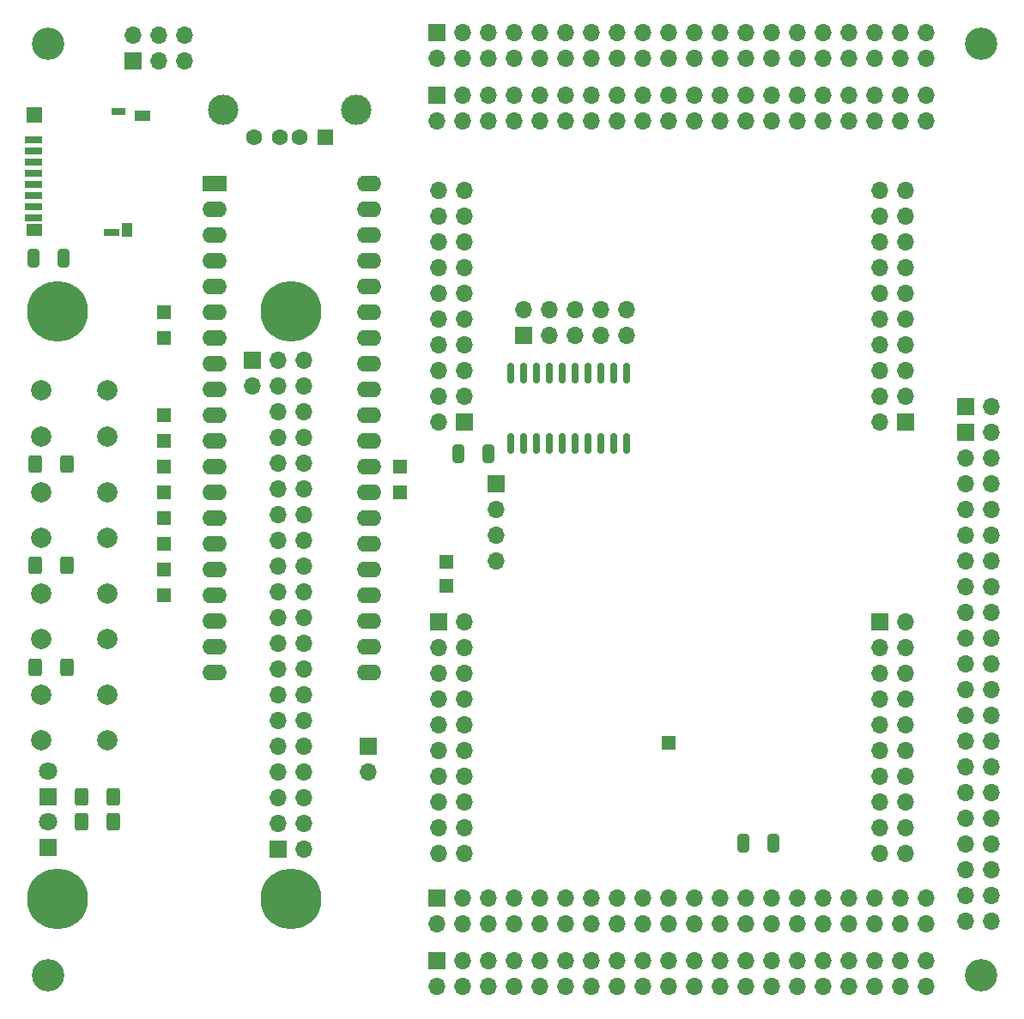
<source format=gbr>
%TF.GenerationSoftware,KiCad,Pcbnew,7.0.7-7.0.7~ubuntu20.04.1*%
%TF.CreationDate,2023-09-08T15:38:02+02:00*%
%TF.ProjectId,cpld_board_max2,63706c64-5f62-46f6-9172-645f6d617832,rev?*%
%TF.SameCoordinates,Original*%
%TF.FileFunction,Soldermask,Bot*%
%TF.FilePolarity,Negative*%
%FSLAX46Y46*%
G04 Gerber Fmt 4.6, Leading zero omitted, Abs format (unit mm)*
G04 Created by KiCad (PCBNEW 7.0.7-7.0.7~ubuntu20.04.1) date 2023-09-08 15:38:02*
%MOMM*%
%LPD*%
G01*
G04 APERTURE LIST*
G04 Aperture macros list*
%AMRoundRect*
0 Rectangle with rounded corners*
0 $1 Rounding radius*
0 $2 $3 $4 $5 $6 $7 $8 $9 X,Y pos of 4 corners*
0 Add a 4 corners polygon primitive as box body*
4,1,4,$2,$3,$4,$5,$6,$7,$8,$9,$2,$3,0*
0 Add four circle primitives for the rounded corners*
1,1,$1+$1,$2,$3*
1,1,$1+$1,$4,$5*
1,1,$1+$1,$6,$7*
1,1,$1+$1,$8,$9*
0 Add four rect primitives between the rounded corners*
20,1,$1+$1,$2,$3,$4,$5,0*
20,1,$1+$1,$4,$5,$6,$7,0*
20,1,$1+$1,$6,$7,$8,$9,0*
20,1,$1+$1,$8,$9,$2,$3,0*%
G04 Aperture macros list end*
%ADD10R,1.700000X1.700000*%
%ADD11O,1.700000X1.700000*%
%ADD12R,1.600000X1.500000*%
%ADD13C,1.600000*%
%ADD14C,3.000000*%
%ADD15R,1.350000X1.350000*%
%ADD16C,3.200000*%
%ADD17R,2.400000X1.600000*%
%ADD18O,2.400000X1.600000*%
%ADD19C,6.000000*%
%ADD20R,1.800000X1.800000*%
%ADD21C,1.800000*%
%ADD22RoundRect,0.250000X-0.400000X-0.625000X0.400000X-0.625000X0.400000X0.625000X-0.400000X0.625000X0*%
%ADD23C,2.000000*%
%ADD24RoundRect,0.150000X-0.150000X0.837500X-0.150000X-0.837500X0.150000X-0.837500X0.150000X0.837500X0*%
%ADD25RoundRect,0.250000X0.325000X0.650000X-0.325000X0.650000X-0.325000X-0.650000X0.325000X-0.650000X0*%
%ADD26R,1.750000X0.700000*%
%ADD27R,1.000000X1.450000*%
%ADD28R,1.550000X1.000000*%
%ADD29R,1.500000X0.800000*%
%ADD30R,1.500000X1.300000*%
%ADD31R,1.500000X1.500000*%
%ADD32R,1.400000X0.800000*%
%ADD33RoundRect,0.250000X-0.325000X-0.650000X0.325000X-0.650000X0.325000X0.650000X-0.325000X0.650000X0*%
G04 APERTURE END LIST*
D10*
%TO.C,J1*%
X142360000Y-42957000D03*
D11*
X142360000Y-45497000D03*
X144900000Y-42957000D03*
X144900000Y-45497000D03*
X147440000Y-42957000D03*
X147440000Y-45497000D03*
X149980000Y-42957000D03*
X149980000Y-45497000D03*
X152520000Y-42957000D03*
X152520000Y-45497000D03*
X155060000Y-42957000D03*
X155060000Y-45497000D03*
X157600000Y-42957000D03*
X157600000Y-45497000D03*
X160140000Y-42957000D03*
X160140000Y-45497000D03*
X162680000Y-42957000D03*
X162680000Y-45497000D03*
X165220000Y-42957000D03*
X165220000Y-45497000D03*
X167760000Y-42957000D03*
X167760000Y-45497000D03*
X170300000Y-42957000D03*
X170300000Y-45497000D03*
X172840000Y-42957000D03*
X172840000Y-45497000D03*
X175380000Y-42957000D03*
X175380000Y-45497000D03*
X177920000Y-42957000D03*
X177920000Y-45497000D03*
X180460000Y-42957000D03*
X180460000Y-45497000D03*
X183000000Y-42957000D03*
X183000000Y-45497000D03*
X185540000Y-42957000D03*
X185540000Y-45497000D03*
X188080000Y-42957000D03*
X188080000Y-45497000D03*
X190620000Y-42957000D03*
X190620000Y-45497000D03*
%TD*%
D12*
%TO.C,J8*%
X131318000Y-53213000D03*
D13*
X128818000Y-53213000D03*
X126818000Y-53213000D03*
X124318000Y-53213000D03*
D14*
X134388000Y-50503000D03*
X121248000Y-50503000D03*
%TD*%
D15*
%TO.C,J17*%
X115443000Y-70485000D03*
%TD*%
%TO.C,J26*%
X115443000Y-93345000D03*
%TD*%
D16*
%TO.C,H8*%
X104966691Y-128409913D03*
%TD*%
D10*
%TO.C,J13*%
X150876000Y-72771000D03*
D11*
X150876000Y-70231000D03*
X153416000Y-72771000D03*
X153416000Y-70231000D03*
X155956000Y-72771000D03*
X155956000Y-70231000D03*
X158496000Y-72771000D03*
X158496000Y-70231000D03*
X161036000Y-72771000D03*
X161036000Y-70231000D03*
%TD*%
D10*
%TO.C,J11*%
X124153169Y-75275648D03*
D11*
X124153169Y-77815648D03*
%TD*%
D15*
%TO.C,J18*%
X138684000Y-88265000D03*
%TD*%
%TO.C,J23*%
X115443000Y-85725000D03*
%TD*%
%TO.C,J16*%
X143256000Y-95123000D03*
%TD*%
%TO.C,J29*%
X165227000Y-113030000D03*
%TD*%
D16*
%TO.C,H1*%
X196000000Y-136000000D03*
%TD*%
D17*
%TO.C,J6*%
X120396000Y-57785000D03*
D18*
X120396000Y-60325000D03*
X120396000Y-62865000D03*
X120396000Y-65405000D03*
X120396000Y-67945000D03*
X120396000Y-70485000D03*
X120396000Y-73025000D03*
X120396000Y-75565000D03*
X120396000Y-78105000D03*
X120396000Y-80645000D03*
X120396000Y-83185000D03*
X120396000Y-85725000D03*
X120396000Y-88265000D03*
X120396000Y-90805000D03*
X120396000Y-93345000D03*
X120396000Y-95885000D03*
X120396000Y-98425000D03*
X120396000Y-100965000D03*
X120396000Y-103505000D03*
X120396000Y-106045000D03*
X135636000Y-106045000D03*
X135636000Y-103505000D03*
X135636000Y-100965000D03*
X135636000Y-98425000D03*
X135636000Y-95885000D03*
X135636000Y-93345000D03*
X135636000Y-90805000D03*
X135636000Y-88265000D03*
X135636000Y-85725000D03*
X135636000Y-83185000D03*
X135636000Y-80645000D03*
X135636000Y-78105000D03*
X135636000Y-75565000D03*
X135636000Y-73025000D03*
X135636000Y-70485000D03*
X135636000Y-67945000D03*
X135636000Y-65405000D03*
X135636000Y-62865000D03*
X135636000Y-60325000D03*
X135636000Y-57785000D03*
%TD*%
D19*
%TO.C,J9*%
X127968000Y-128404000D03*
X127968000Y-70404000D03*
X104968000Y-128404000D03*
X104968000Y-70404000D03*
D10*
X126698000Y-123534000D03*
D11*
X129238000Y-123534000D03*
X126698000Y-120994000D03*
X129238000Y-120994000D03*
X126698000Y-118454000D03*
X129238000Y-118454000D03*
X126698000Y-115914000D03*
X129238000Y-115914000D03*
X126698000Y-113374000D03*
X129238000Y-113374000D03*
X126698000Y-110834000D03*
X129238000Y-110834000D03*
X126698000Y-108294000D03*
X129238000Y-108294000D03*
X126698000Y-105754000D03*
X129238000Y-105754000D03*
X126698000Y-103214000D03*
X129238000Y-103214000D03*
X126698000Y-100674000D03*
X129238000Y-100674000D03*
X126698000Y-98134000D03*
X129238000Y-98134000D03*
X126698000Y-95594000D03*
X129238000Y-95594000D03*
X126698000Y-93054000D03*
X129238000Y-93054000D03*
X126698000Y-90514000D03*
X129238000Y-90514000D03*
X126698000Y-87974000D03*
X129238000Y-87974000D03*
X126698000Y-85434000D03*
X129238000Y-85434000D03*
X126698000Y-82894000D03*
X129238000Y-82894000D03*
X126698000Y-80354000D03*
X129238000Y-80354000D03*
X126698000Y-77814000D03*
X129238000Y-77814000D03*
X126698000Y-75274000D03*
X129238000Y-75274000D03*
%TD*%
D15*
%TO.C,J28*%
X115444001Y-98425000D03*
%TD*%
%TO.C,J24*%
X115443000Y-88265000D03*
%TD*%
D10*
%TO.C,J2*%
X142360000Y-134503000D03*
D11*
X142360000Y-137043000D03*
X144900000Y-134503000D03*
X144900000Y-137043000D03*
X147440000Y-134503000D03*
X147440000Y-137043000D03*
X149980000Y-134503000D03*
X149980000Y-137043000D03*
X152520000Y-134503000D03*
X152520000Y-137043000D03*
X155060000Y-134503000D03*
X155060000Y-137043000D03*
X157600000Y-134503000D03*
X157600000Y-137043000D03*
X160140000Y-134503000D03*
X160140000Y-137043000D03*
X162680000Y-134503000D03*
X162680000Y-137043000D03*
X165220000Y-134503000D03*
X165220000Y-137043000D03*
X167760000Y-134503000D03*
X167760000Y-137043000D03*
X170300000Y-134503000D03*
X170300000Y-137043000D03*
X172840000Y-134503000D03*
X172840000Y-137043000D03*
X175380000Y-134503000D03*
X175380000Y-137043000D03*
X177920000Y-134503000D03*
X177920000Y-137043000D03*
X180460000Y-134503000D03*
X180460000Y-137043000D03*
X183000000Y-134503000D03*
X183000000Y-137043000D03*
X185540000Y-134503000D03*
X185540000Y-137043000D03*
X188080000Y-134503000D03*
X188080000Y-137043000D03*
X190620000Y-134503000D03*
X190620000Y-137043000D03*
%TD*%
D10*
%TO.C,J5*%
X194503000Y-82360000D03*
D11*
X197043000Y-82360000D03*
X194503000Y-84900000D03*
X197043000Y-84900000D03*
X194503000Y-87440000D03*
X197043000Y-87440000D03*
X194503000Y-89980000D03*
X197043000Y-89980000D03*
X194503000Y-92520000D03*
X197043000Y-92520000D03*
X194503000Y-95060000D03*
X197043000Y-95060000D03*
X194503000Y-97600000D03*
X197043000Y-97600000D03*
X194503000Y-100140000D03*
X197043000Y-100140000D03*
X194503000Y-102680000D03*
X197043000Y-102680000D03*
X194503000Y-105220000D03*
X197043000Y-105220000D03*
X194503000Y-107760000D03*
X197043000Y-107760000D03*
X194503000Y-110300000D03*
X197043000Y-110300000D03*
X194503000Y-112840000D03*
X197043000Y-112840000D03*
X194503000Y-115380000D03*
X197043000Y-115380000D03*
X194503000Y-117920000D03*
X197043000Y-117920000D03*
X194503000Y-120460000D03*
X197043000Y-120460000D03*
X194503000Y-123000000D03*
X197043000Y-123000000D03*
X194503000Y-125540000D03*
X197043000Y-125540000D03*
X194503000Y-128080000D03*
X197043000Y-128080000D03*
X194503000Y-130620000D03*
X197043000Y-130620000D03*
%TD*%
D16*
%TO.C,H5*%
X127966715Y-70403307D03*
%TD*%
D15*
%TO.C,J27*%
X115443000Y-95885000D03*
%TD*%
D16*
%TO.C,H7*%
X127967540Y-128405749D03*
%TD*%
%TO.C,H3*%
X196000000Y-44000000D03*
%TD*%
D15*
%TO.C,J22*%
X115443000Y-83213000D03*
%TD*%
D10*
%TO.C,J4*%
X142369130Y-128328879D03*
D11*
X142369130Y-130868879D03*
X144909130Y-128328879D03*
X144909130Y-130868879D03*
X147449130Y-128328879D03*
X147449130Y-130868879D03*
X149989130Y-128328879D03*
X149989130Y-130868879D03*
X152529130Y-128328879D03*
X152529130Y-130868879D03*
X155069130Y-128328879D03*
X155069130Y-130868879D03*
X157609130Y-128328879D03*
X157609130Y-130868879D03*
X160149130Y-128328879D03*
X160149130Y-130868879D03*
X162689130Y-128328879D03*
X162689130Y-130868879D03*
X165229130Y-128328879D03*
X165229130Y-130868879D03*
X167769130Y-128328879D03*
X167769130Y-130868879D03*
X170309130Y-128328879D03*
X170309130Y-130868879D03*
X172849130Y-128328879D03*
X172849130Y-130868879D03*
X175389130Y-128328879D03*
X175389130Y-130868879D03*
X177929130Y-128328879D03*
X177929130Y-130868879D03*
X180469130Y-128328879D03*
X180469130Y-130868879D03*
X183009130Y-128328879D03*
X183009130Y-130868879D03*
X185549130Y-128328879D03*
X185549130Y-130868879D03*
X188089130Y-128328879D03*
X188089130Y-130868879D03*
X190629130Y-128328879D03*
X190629130Y-130868879D03*
%TD*%
D20*
%TO.C,D2*%
X104013000Y-118369000D03*
D21*
X104013000Y-115829000D03*
%TD*%
D10*
%TO.C,J12*%
X135534400Y-113334800D03*
D11*
X135534400Y-115874800D03*
%TD*%
D15*
%TO.C,J19*%
X115443000Y-73025000D03*
%TD*%
%TO.C,J14*%
X143256000Y-97536000D03*
%TD*%
D10*
%TO.C,J15*%
X194505197Y-79819841D03*
D11*
X197045197Y-79819841D03*
%TD*%
%TO.C,U1*%
X186055000Y-123952000D03*
X188595000Y-123952000D03*
X186055000Y-121412000D03*
X188595000Y-121412000D03*
X186055000Y-118872000D03*
X188595000Y-118872000D03*
X186055000Y-116332000D03*
X188595000Y-116332000D03*
X145095000Y-58482000D03*
X186055000Y-106172000D03*
D10*
X148167211Y-87490101D03*
D11*
X148167211Y-95110101D03*
X186055000Y-113792000D03*
X188595000Y-113792000D03*
X186055000Y-111252000D03*
X188595000Y-111252000D03*
X186055000Y-108712000D03*
X188595000Y-108712000D03*
X188595000Y-106172000D03*
X186055000Y-103632000D03*
X188595000Y-103632000D03*
D10*
X186055000Y-101092000D03*
D11*
X188595000Y-101092000D03*
D10*
X188595000Y-81342000D03*
D11*
X186055000Y-81342000D03*
X188595000Y-78802000D03*
X186055000Y-78802000D03*
X188595000Y-76262000D03*
X186055000Y-76262000D03*
X188595000Y-73722000D03*
X186055000Y-73722000D03*
X188595000Y-71182000D03*
X186055000Y-71182000D03*
X188595000Y-68642000D03*
X186055000Y-68642000D03*
X188595000Y-66102000D03*
X186055000Y-66102000D03*
X188595000Y-63562000D03*
X186055000Y-63562000D03*
X188595000Y-61022000D03*
X186055000Y-61022000D03*
X188595000Y-58482000D03*
X186055000Y-58482000D03*
X142555000Y-58482000D03*
X142555000Y-63562000D03*
X145095000Y-63562000D03*
X142555000Y-66102000D03*
X145095000Y-66102000D03*
X142555000Y-68642000D03*
X148167211Y-92570101D03*
X148167211Y-90030101D03*
X142555000Y-61022000D03*
X145095000Y-68642000D03*
X142555000Y-71182000D03*
X145095000Y-71182000D03*
X142555000Y-73722000D03*
X145095000Y-73722000D03*
X142555000Y-76262000D03*
X145095000Y-76262000D03*
X142555000Y-78802000D03*
X145095000Y-78802000D03*
X142555000Y-81342000D03*
D10*
X145095000Y-81342000D03*
X142555000Y-101092000D03*
D11*
X145095000Y-101092000D03*
X142555000Y-103632000D03*
X145095000Y-103632000D03*
X142555000Y-106172000D03*
X145095000Y-106172000D03*
X142555000Y-108712000D03*
X145095000Y-108712000D03*
X142555000Y-111252000D03*
X145095000Y-111252000D03*
X142555000Y-113792000D03*
X145095000Y-113792000D03*
X142555000Y-116332000D03*
X145095000Y-116332000D03*
X142555000Y-118872000D03*
X145095000Y-118872000D03*
X142555000Y-121412000D03*
X145095000Y-121412000D03*
X142555000Y-123952000D03*
X145095000Y-123952000D03*
X145095000Y-61022000D03*
%TD*%
D20*
%TO.C,D1*%
X104013000Y-123317000D03*
D21*
X104013000Y-120777000D03*
%TD*%
D16*
%TO.C,H6*%
X104965464Y-70404964D03*
%TD*%
%TO.C,H4*%
X104000000Y-44000000D03*
%TD*%
%TO.C,H2*%
X104000000Y-136000000D03*
%TD*%
D10*
%TO.C,J10*%
X112395000Y-45720000D03*
D11*
X112395000Y-43180000D03*
X114935000Y-45720000D03*
X114935000Y-43180000D03*
X117475000Y-45720000D03*
X117475000Y-43180000D03*
%TD*%
D15*
%TO.C,J25*%
X115443000Y-90805000D03*
%TD*%
%TO.C,J20*%
X115443000Y-80645000D03*
%TD*%
D10*
%TO.C,J3*%
X142360397Y-49123807D03*
D11*
X142360397Y-51663807D03*
X144900397Y-49123807D03*
X144900397Y-51663807D03*
X147440397Y-49123807D03*
X147440397Y-51663807D03*
X149980397Y-49123807D03*
X149980397Y-51663807D03*
X152520397Y-49123807D03*
X152520397Y-51663807D03*
X155060397Y-49123807D03*
X155060397Y-51663807D03*
X157600397Y-49123807D03*
X157600397Y-51663807D03*
X160140397Y-49123807D03*
X160140397Y-51663807D03*
X162680397Y-49123807D03*
X162680397Y-51663807D03*
X165220397Y-49123807D03*
X165220397Y-51663807D03*
X167760397Y-49123807D03*
X167760397Y-51663807D03*
X170300397Y-49123807D03*
X170300397Y-51663807D03*
X172840397Y-49123807D03*
X172840397Y-51663807D03*
X175380397Y-49123807D03*
X175380397Y-51663807D03*
X177920397Y-49123807D03*
X177920397Y-51663807D03*
X180460397Y-49123807D03*
X180460397Y-51663807D03*
X183000397Y-49123807D03*
X183000397Y-51663807D03*
X185540397Y-49123807D03*
X185540397Y-51663807D03*
X188080397Y-49123807D03*
X188080397Y-51663807D03*
X190620397Y-49123807D03*
X190620397Y-51663807D03*
%TD*%
D15*
%TO.C,J21*%
X138684000Y-85725000D03*
%TD*%
D22*
%TO.C,R1*%
X102743000Y-85471000D03*
X105843000Y-85471000D03*
%TD*%
D23*
%TO.C,SW2*%
X109836000Y-88263000D03*
X103336000Y-88263000D03*
X109836000Y-92763000D03*
X103336000Y-92763000D03*
%TD*%
D24*
%TO.C,U2*%
X149667000Y-76514000D03*
X150937000Y-76514000D03*
X152207000Y-76514000D03*
X153477000Y-76514000D03*
X154747000Y-76514000D03*
X156017000Y-76514000D03*
X157287000Y-76514000D03*
X158557000Y-76514000D03*
X159827000Y-76514000D03*
X161097000Y-76514000D03*
X161097000Y-83439000D03*
X159827000Y-83439000D03*
X158557000Y-83439000D03*
X157287000Y-83439000D03*
X156017000Y-83439000D03*
X154747000Y-83439000D03*
X153477000Y-83439000D03*
X152207000Y-83439000D03*
X150937000Y-83439000D03*
X149667000Y-83439000D03*
%TD*%
D23*
%TO.C,SW4*%
X109836000Y-108263000D03*
X103336000Y-108263000D03*
X109836000Y-112763000D03*
X103336000Y-112763000D03*
%TD*%
D22*
%TO.C,R4*%
X107315000Y-120777000D03*
X110415000Y-120777000D03*
%TD*%
D25*
%TO.C,C2*%
X147447000Y-84455000D03*
X144497000Y-84455000D03*
%TD*%
D26*
%TO.C,J7*%
X102535000Y-53532000D03*
X102535000Y-54632000D03*
X102535000Y-55732000D03*
X102535000Y-56832000D03*
X102535000Y-57932000D03*
X102535000Y-59032000D03*
X102535000Y-60132000D03*
X102535000Y-61232000D03*
D27*
X111760000Y-62357000D03*
D28*
X113335000Y-51132000D03*
D29*
X110260000Y-62682000D03*
D30*
X102660000Y-62432000D03*
D31*
X102660000Y-51082000D03*
D32*
X110910000Y-50732000D03*
%TD*%
D23*
%TO.C,SW1*%
X109836000Y-78263000D03*
X103336000Y-78263000D03*
X109836000Y-82763000D03*
X103336000Y-82763000D03*
%TD*%
D22*
%TO.C,R2*%
X102743000Y-95504000D03*
X105843000Y-95504000D03*
%TD*%
D23*
%TO.C,SW3*%
X109836000Y-98263000D03*
X103336000Y-98263000D03*
X109836000Y-102763000D03*
X103336000Y-102763000D03*
%TD*%
D22*
%TO.C,R5*%
X107315000Y-118364000D03*
X110415000Y-118364000D03*
%TD*%
D33*
%TO.C,C3*%
X172564000Y-122936000D03*
X175514000Y-122936000D03*
%TD*%
D22*
%TO.C,R3*%
X102743000Y-105537000D03*
X105843000Y-105537000D03*
%TD*%
D33*
%TO.C,C1*%
X102538000Y-65151000D03*
X105488000Y-65151000D03*
%TD*%
M02*

</source>
